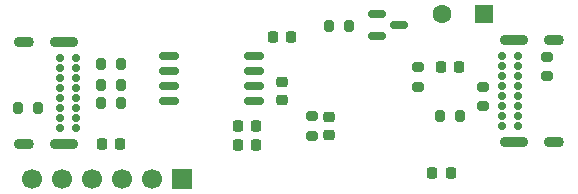
<source format=gbr>
%TF.GenerationSoftware,KiCad,Pcbnew,9.0.4*%
%TF.CreationDate,2025-10-08T21:43:02+01:00*%
%TF.ProjectId,DashcamPower,44617368-6361-46d5-906f-7765722e6b69,rev?*%
%TF.SameCoordinates,Original*%
%TF.FileFunction,Soldermask,Bot*%
%TF.FilePolarity,Negative*%
%FSLAX46Y46*%
G04 Gerber Fmt 4.6, Leading zero omitted, Abs format (unit mm)*
G04 Created by KiCad (PCBNEW 9.0.4) date 2025-10-08 21:43:02*
%MOMM*%
%LPD*%
G01*
G04 APERTURE LIST*
G04 Aperture macros list*
%AMRoundRect*
0 Rectangle with rounded corners*
0 $1 Rounding radius*
0 $2 $3 $4 $5 $6 $7 $8 $9 X,Y pos of 4 corners*
0 Add a 4 corners polygon primitive as box body*
4,1,4,$2,$3,$4,$5,$6,$7,$8,$9,$2,$3,0*
0 Add four circle primitives for the rounded corners*
1,1,$1+$1,$2,$3*
1,1,$1+$1,$4,$5*
1,1,$1+$1,$6,$7*
1,1,$1+$1,$8,$9*
0 Add four rect primitives between the rounded corners*
20,1,$1+$1,$2,$3,$4,$5,0*
20,1,$1+$1,$4,$5,$6,$7,0*
20,1,$1+$1,$6,$7,$8,$9,0*
20,1,$1+$1,$8,$9,$2,$3,0*%
G04 Aperture macros list end*
%ADD10RoundRect,0.225000X-0.225000X-0.250000X0.225000X-0.250000X0.225000X0.250000X-0.225000X0.250000X0*%
%ADD11C,0.700000*%
%ADD12O,2.400000X0.900000*%
%ADD13O,1.700000X0.900000*%
%ADD14R,1.700000X1.700000*%
%ADD15C,1.700000*%
%ADD16RoundRect,0.250000X0.550000X0.550000X-0.550000X0.550000X-0.550000X-0.550000X0.550000X-0.550000X0*%
%ADD17C,1.600000*%
%ADD18RoundRect,0.150000X-0.587500X-0.150000X0.587500X-0.150000X0.587500X0.150000X-0.587500X0.150000X0*%
%ADD19RoundRect,0.200000X0.275000X-0.200000X0.275000X0.200000X-0.275000X0.200000X-0.275000X-0.200000X0*%
%ADD20RoundRect,0.200000X-0.200000X-0.275000X0.200000X-0.275000X0.200000X0.275000X-0.200000X0.275000X0*%
%ADD21RoundRect,0.200000X0.200000X0.275000X-0.200000X0.275000X-0.200000X-0.275000X0.200000X-0.275000X0*%
%ADD22RoundRect,0.200000X-0.275000X0.200000X-0.275000X-0.200000X0.275000X-0.200000X0.275000X0.200000X0*%
%ADD23RoundRect,0.225000X-0.250000X0.225000X-0.250000X-0.225000X0.250000X-0.225000X0.250000X0.225000X0*%
%ADD24RoundRect,0.225000X0.225000X0.250000X-0.225000X0.250000X-0.225000X-0.250000X0.225000X-0.250000X0*%
%ADD25RoundRect,0.225000X0.250000X-0.225000X0.250000X0.225000X-0.250000X0.225000X-0.250000X-0.225000X0*%
%ADD26RoundRect,0.162500X-0.650000X-0.162500X0.650000X-0.162500X0.650000X0.162500X-0.650000X0.162500X0*%
G04 APERTURE END LIST*
D10*
%TO.C,C17*%
X90200000Y-95450000D03*
X91750000Y-95450000D03*
%TD*%
D11*
%TO.C,J2*%
X109650000Y-102975000D03*
X109650000Y-102125000D03*
X109650000Y-101275000D03*
X109650000Y-100425000D03*
X109650000Y-99575000D03*
X109650000Y-98725000D03*
X109650000Y-97875000D03*
X109650000Y-97025000D03*
X111000000Y-97025000D03*
X111000000Y-97875000D03*
X111000000Y-98725000D03*
X111000000Y-99575000D03*
X111000000Y-100425000D03*
X111000000Y-101275000D03*
X111000000Y-102125000D03*
X111000000Y-102975000D03*
D12*
X110630000Y-104325000D03*
D13*
X114010000Y-104325000D03*
D12*
X110630000Y-95675000D03*
D13*
X114010000Y-95675000D03*
%TD*%
D14*
%TO.C,J4*%
X82540000Y-107500000D03*
D15*
X80000000Y-107500000D03*
X77460000Y-107500000D03*
X74920000Y-107500000D03*
X72380000Y-107500000D03*
X69840000Y-107500000D03*
%TD*%
D16*
%TO.C,LS1*%
X108100000Y-93500000D03*
D17*
X104500000Y-93500000D03*
%TD*%
D11*
%TO.C,J1*%
X73525000Y-97200000D03*
X73525000Y-98050000D03*
X73525000Y-98900000D03*
X73525000Y-99750000D03*
X73525000Y-100600000D03*
X73525000Y-101450000D03*
X73525000Y-102300000D03*
X73525000Y-103150000D03*
X72175000Y-103150000D03*
X72175000Y-102300000D03*
X72175000Y-101450000D03*
X72175000Y-100600000D03*
X72175000Y-99750000D03*
X72175000Y-98900000D03*
X72175000Y-98050000D03*
X72175000Y-97200000D03*
D12*
X72545000Y-95850000D03*
D13*
X69165000Y-95850000D03*
D12*
X72545000Y-104500000D03*
D13*
X69165000Y-104500000D03*
%TD*%
D18*
%TO.C,Q3*%
X99000000Y-95400000D03*
X99000000Y-93500000D03*
X100875000Y-94450000D03*
%TD*%
D19*
%TO.C,R21*%
X93500000Y-103825000D03*
X93500000Y-102175000D03*
%TD*%
D10*
%TO.C,C7*%
X87225000Y-103000000D03*
X88775000Y-103000000D03*
%TD*%
D20*
%TO.C,R8*%
X75675000Y-99500000D03*
X77325000Y-99500000D03*
%TD*%
D21*
%TO.C,R9*%
X77325000Y-101000000D03*
X75675000Y-101000000D03*
%TD*%
D22*
%TO.C,R13*%
X108000000Y-99675000D03*
X108000000Y-101325000D03*
%TD*%
D23*
%TO.C,C14*%
X95000000Y-102225000D03*
X95000000Y-103775000D03*
%TD*%
D22*
%TO.C,R11*%
X113450000Y-97125000D03*
X113450000Y-98775000D03*
%TD*%
D20*
%TO.C,R19*%
X95000000Y-94500000D03*
X96650000Y-94500000D03*
%TD*%
D19*
%TO.C,R18*%
X102500000Y-99650000D03*
X102500000Y-98000000D03*
%TD*%
D24*
%TO.C,C15*%
X105275000Y-107000000D03*
X103725000Y-107000000D03*
%TD*%
D25*
%TO.C,C10*%
X91000000Y-100775000D03*
X91000000Y-99225000D03*
%TD*%
D26*
%TO.C,U4*%
X81412500Y-100905000D03*
X81412500Y-99635000D03*
X81412500Y-98365000D03*
X81412500Y-97095000D03*
X88587500Y-97095000D03*
X88587500Y-98365000D03*
X88587500Y-99635000D03*
X88587500Y-100905000D03*
%TD*%
D10*
%TO.C,C16*%
X87225000Y-104600000D03*
X88775000Y-104600000D03*
%TD*%
D21*
%TO.C,R1*%
X70325000Y-101500000D03*
X68675000Y-101500000D03*
%TD*%
D24*
%TO.C,C8*%
X77275000Y-104500000D03*
X75725000Y-104500000D03*
%TD*%
D20*
%TO.C,R12*%
X104375000Y-102150000D03*
X106025000Y-102150000D03*
%TD*%
D10*
%TO.C,C13*%
X104450000Y-98000000D03*
X106000000Y-98000000D03*
%TD*%
D20*
%TO.C,R2*%
X75675000Y-97700000D03*
X77325000Y-97700000D03*
%TD*%
M02*

</source>
